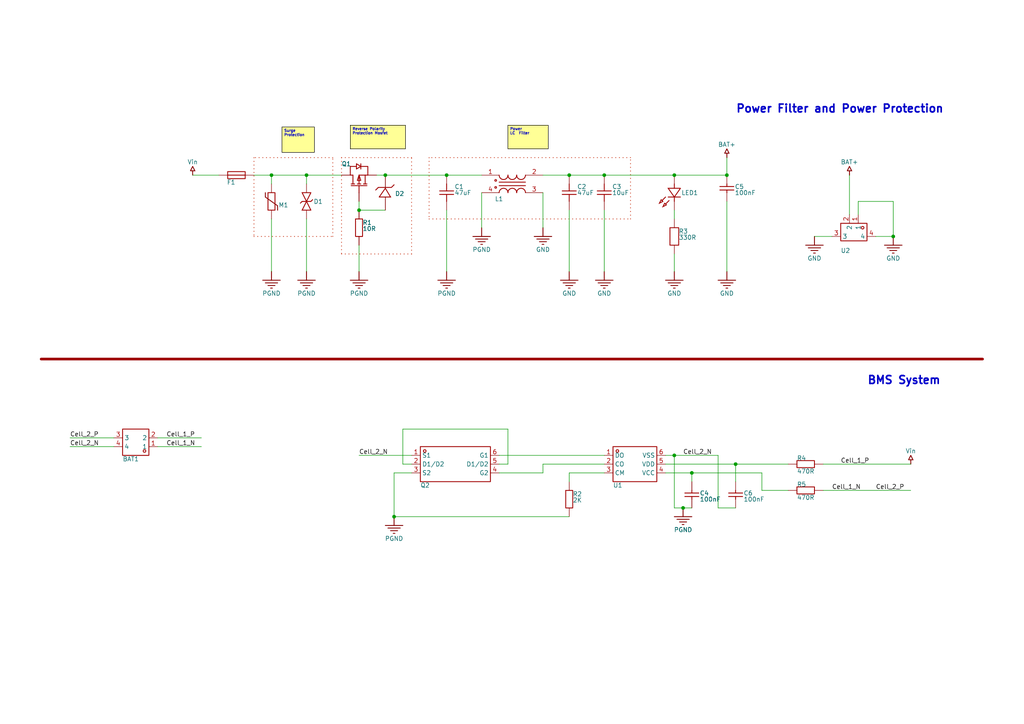
<source format=kicad_sch>
(kicad_sch (version 20231120) (generator "eeschema") (generator_version "8.0")
  (paper "A4")
  (lib_symbols
    (symbol "Protection circuit-altium-import:BAT+_ARROW" (power)
      (property "Reference" "#PWR" (at 0 0 0))
      (property "Value" "BAT+" (at 0 3.81 0))
      (symbol "BAT+_ARROW_0_0"
        (polyline (pts (xy 0 0) (xy 0 -1.27)) (stroke (width 0.254)))
        (polyline (pts (xy -0.635 -1.27) (xy 0.635 -1.27) (xy 0 -2.54) (xy -0.635 -1.27)) (stroke (width 0.254)))
        (pin power_in line (at 0 0 0) (length 0) hide (name "BAT+") (number ""))
      )
    )
    (symbol "Protection circuit-altium-import:GND_POWER_GROUND" (power)
      (property "Reference" "#PWR" (at 0 0 0))
      (property "Value" "GND" (at 0 6.35 0))
      (symbol "GND_POWER_GROUND_0_0"
        (polyline (pts (xy -2.54 -2.54) (xy 2.54 -2.54)) (stroke (width 0.254)))
        (polyline (pts (xy -1.778 -3.302) (xy 1.778 -3.302)) (stroke (width 0.254)))
        (polyline (pts (xy -1.016 -4.064) (xy 1.016 -4.064)) (stroke (width 0.254)))
        (polyline (pts (xy -0.254 -4.826) (xy 0.254 -4.826)) (stroke (width 0.254)))
        (polyline (pts (xy 0 0) (xy 0 -2.54)) (stroke (width 0.254)))
        (pin power_in line (at 0 0 0) (length 0) hide (name "GND") (number ""))
      )
    )
    (symbol "Protection circuit-altium-import:PGND_POWER_GROUND" (power)
      (property "Reference" "#PWR" (at 0 0 0))
      (property "Value" "PGND" (at 0 6.35 0))
      (symbol "PGND_POWER_GROUND_0_0"
        (polyline (pts (xy -2.54 -2.54) (xy 2.54 -2.54)) (stroke (width 0.254)))
        (polyline (pts (xy -1.778 -3.302) (xy 1.778 -3.302)) (stroke (width 0.254)))
        (polyline (pts (xy -1.016 -4.064) (xy 1.016 -4.064)) (stroke (width 0.254)))
        (polyline (pts (xy -0.254 -4.826) (xy 0.254 -4.826)) (stroke (width 0.254)))
        (polyline (pts (xy 0 0) (xy 0 -2.54)) (stroke (width 0.254)))
        (pin power_in line (at 0 0 0) (length 0) hide (name "PGND") (number ""))
      )
    )
    (symbol "Protection circuit-altium-import:Vin_ARROW" (power)
      (property "Reference" "#PWR" (at 0 0 0))
      (property "Value" "Vin" (at 0 3.81 0))
      (symbol "Vin_ARROW_0_0"
        (polyline (pts (xy 0 0) (xy 0 -1.27)) (stroke (width 0.254)))
        (polyline (pts (xy -0.635 -1.27) (xy 0.635 -1.27) (xy 0 -2.54) (xy -0.635 -1.27)) (stroke (width 0.254)))
        (pin power_in line (at 0 0 0) (length 0) hide (name "Vin") (number ""))
      )
    )
    (symbol "Protection circuit-altium-import:root_0_10uF Cap"
      (symbol "root_0_10uF Cap_1_0"
        (polyline (pts (xy -2.032 0.508) (xy 2.032 0.508)) (stroke (width 0.254) (color 160 0 0 1)))
        (polyline (pts (xy 0 -0.508) (xy 0 -2.54)) (stroke (width 0.254) (color 160 0 0 1)))
        (polyline (pts (xy 0 2.54) (xy 0 0.508)) (stroke (width 0.254) (color 160 0 0 1)))
        (polyline (pts (xy 2.032 -0.508) (xy -2.032 -0.508)) (stroke (width 0.254) (color 160 0 0 1)))
        (pin passive line (at 0 -5.08 90) (length 2.54) (name "1") (number "1"))
        (pin passive line (at 0 5.08 270) (length 2.54) (name "2") (number "2"))
      )
    )
    (symbol "Protection circuit-altium-import:root_0_2 N Mos"
      (symbol "root_0_2 N Mos_1_0"
        (rectangle (start -10.16 5.08) (end 10.16 -5.08) (stroke (width 0.254) (color 160 0 0 1)))
        (circle (center -8.89 3.81) (radius 0.381) (stroke (width 0.254) (color 160 0 0 1)))
        (pin passive line (at -12.7 2.54 0) (length 2.54) (name "S1") (number "1"))
        (pin passive line (at -12.7 0 0) (length 2.54) (name "D1/D2") (number "2"))
        (pin passive line (at -12.7 -2.54 0) (length 2.54) (name "S2") (number "3"))
        (pin passive line (at 12.7 -2.54 180) (length 2.54) (name "G2") (number "4"))
        (pin passive line (at 12.7 0 180) (length 2.54) (name "D1/D2") (number "5"))
        (pin passive line (at 12.7 2.54 180) (length 2.54) (name "G1") (number "6"))
      )
    )
    (symbol "Protection circuit-altium-import:root_0_470R Res"
      (symbol "root_0_470R Res_1_0"
        (rectangle (start -2.54 1.016) (end 2.54 -1.016) (stroke (width 0.254) (color 160 0 0 1)))
        (pin passive line (at -5.08 0 0) (length 2.54) (name "1") (number "1"))
        (pin passive line (at 5.08 0 180) (length 2.54) (name "2") (number "2"))
      )
    )
    (symbol "Protection circuit-altium-import:root_0_BMS"
      (symbol "root_0_BMS_1_0"
        (rectangle (start -6.35 5.08) (end 6.35 -5.08) (stroke (width 0.254) (color 160 0 0 1)))
        (circle (center -5.08 3.81) (radius 0.381) (stroke (width 0.254) (color 160 0 0 1)))
        (pin passive line (at -8.89 2.54 0) (length 2.54) (name "DO") (number "1"))
        (pin passive line (at -8.89 0 0) (length 2.54) (name "CO") (number "2"))
        (pin passive line (at -8.89 -2.54 0) (length 2.54) (name "CM") (number "3"))
        (pin passive line (at 8.89 -2.54 180) (length 2.54) (name "VCC") (number "4"))
        (pin passive line (at 8.89 0 180) (length 2.54) (name "VDD") (number "5"))
        (pin passive line (at 8.89 2.54 180) (length 2.54) (name "VSS") (number "6"))
      )
    )
    (symbol "Protection circuit-altium-import:root_0_CMC Filter"
      (symbol "root_0_CMC Filter_1_0"
        (circle (center -3.556 -1.016) (radius 0.254) (stroke (width 0.254) (color 160 0 0 1)))
        (circle (center -3.556 1.016) (radius 0.254) (stroke (width 0.254) (color 160 0 0 1)))
        (arc (start -2.54 2.54) (mid -1.27 1.27) (end 0 2.54) (stroke (width 0.254) (color 160 0 0 1)))
        (arc (start 0 -2.54) (mid -1.27 -1.27) (end -2.54 -2.54) (stroke (width 0.254) (color 160 0 0 1)))
        (polyline (pts (xy -2.54 -0.508) (xy 5.08 -0.508)) (stroke (width 0.254) (color 160 0 0 1)))
        (polyline (pts (xy -2.54 0.508) (xy 5.08 0.508)) (stroke (width 0.254) (color 160 0 0 1)))
        (arc (start 0 2.54) (mid 1.27 1.27) (end 2.54 2.54) (stroke (width 0.254) (color 160 0 0 1)))
        (arc (start 2.54 -2.54) (mid 1.27 -1.27) (end 0 -2.54) (stroke (width 0.254) (color 160 0 0 1)))
        (arc (start 2.54 2.54) (mid 3.81 1.27) (end 5.08 2.54) (stroke (width 0.254) (color 160 0 0 1)))
        (arc (start 5.08 -2.54) (mid 3.81 -1.27) (end 2.54 -2.54) (stroke (width 0.254) (color 160 0 0 1)))
        (pin passive line (at -7.62 2.54 0) (length 5.08) (name "1") (number "1"))
        (pin passive line (at 10.16 2.54 180) (length 5.08) (name "2") (number "2"))
        (pin passive line (at 10.16 -2.54 180) (length 5.08) (name "3") (number "3"))
        (pin passive line (at -7.62 -2.54 0) (length 5.08) (name "4") (number "4"))
      )
    )
    (symbol "Protection circuit-altium-import:root_0_Fuse_2"
      (symbol "root_0_Fuse_2_1_0"
        (rectangle (start -2.54 1.016) (end 2.54 -1.016) (stroke (width 0.254) (color 160 0 0 1)))
        (polyline (pts (xy -2.54 0) (xy 2.54 0)) (stroke (width 0.254) (color 160 0 0 1)))
        (pin passive line (at -5.08 0 0) (length 2.54) (name "1") (number "1"))
        (pin passive line (at 5.08 0 180) (length 2.54) (name "2") (number "2"))
      )
    )
    (symbol "Protection circuit-altium-import:root_1_100nF Cap"
      (symbol "root_1_100nF Cap_1_0"
        (polyline (pts (xy -2.032 -0.508) (xy 2.032 -0.508)) (stroke (width 0.254) (color 160 0 0 1)))
        (polyline (pts (xy -2.032 0.508) (xy 2.032 0.508)) (stroke (width 0.254) (color 160 0 0 1)))
        (polyline (pts (xy 0 -1.27) (xy 0 -0.508)) (stroke (width 0.254) (color 160 0 0 1)))
        (polyline (pts (xy 0 0.508) (xy 0 1.27)) (stroke (width 0.254) (color 160 0 0 1)))
        (pin passive line (at 0 -3.81 90) (length 2.54) (name "1") (number "1"))
        (pin passive line (at 0 3.81 270) (length 2.54) (name "2") (number "2"))
      )
    )
    (symbol "Protection circuit-altium-import:root_1_10R Res"
      (symbol "root_1_10R Res_1_0"
        (rectangle (start -1.016 2.54) (end 1.016 -2.54) (stroke (width 0.254) (color 160 0 0 1)))
        (pin passive line (at 0 -5.08 90) (length 2.54) (name "1") (number "1"))
        (pin passive line (at 0 5.08 270) (length 2.54) (name "2") (number "2"))
      )
    )
    (symbol "Protection circuit-altium-import:root_1_2K Res"
      (symbol "root_1_2K Res_1_0"
        (rectangle (start -1.016 2.54) (end 1.016 -2.54) (stroke (width 0.254) (color 160 0 0 1)))
        (pin passive line (at 0 -5.08 90) (length 2.54) (name "1") (number "1"))
        (pin passive line (at 0 5.08 270) (length 2.54) (name "2") (number "2"))
      )
    )
    (symbol "Protection circuit-altium-import:root_1_330R Res"
      (symbol "root_1_330R Res_1_0"
        (rectangle (start -1.27 2.54) (end 1.27 -2.54) (stroke (width 0.254) (color 160 0 0 1)))
        (pin passive line (at 0 -5.08 90) (length 2.54) (name "1") (number "1"))
        (pin passive line (at 0 5.08 270) (length 2.54) (name "2") (number "2"))
      )
    )
    (symbol "Protection circuit-altium-import:root_1_47uF Res"
      (symbol "root_1_47uF Res_1_0"
        (polyline (pts (xy -2.032 0.508) (xy 2.032 0.508)) (stroke (width 0.254) (color 160 0 0 1)))
        (polyline (pts (xy 0 -0.508) (xy 0 -2.54)) (stroke (width 0.254) (color 160 0 0 1)))
        (polyline (pts (xy 0 2.54) (xy 0 0.508)) (stroke (width 0.254) (color 160 0 0 1)))
        (polyline (pts (xy 2.032 -0.508) (xy -2.032 -0.508)) (stroke (width 0.254) (color 160 0 0 1)))
        (pin passive line (at 0 -5.08 90) (length 2.54) (name "1") (number "1"))
        (pin passive line (at 0 5.08 270) (length 2.54) (name "2") (number "2"))
      )
    )
    (symbol "Protection circuit-altium-import:root_1_ESD Diode"
      (symbol "root_1_ESD Diode_1_0"
        (polyline (pts (xy -1.27 0) (xy -1.778 -0.508)) (stroke (width 0.254) (color 160 0 0 1)))
        (polyline (pts (xy 0 0) (xy -1.27 0)) (stroke (width 0.254) (color 160 0 0 1)))
        (polyline (pts (xy 1.27 0) (xy 0 0)) (stroke (width 0.254) (color 160 0 0 1)))
        (polyline (pts (xy 1.778 0.508) (xy 1.27 0)) (stroke (width 0.254) (color 160 0 0 1)))
        (polyline (pts (xy -1.27 -2.54) (xy 0 0) (xy 0 0) (xy 1.27 -2.54) (xy 1.27 -2.54) (xy -1.27 -2.54)) (stroke (width 0.254) (color 160 0 0 1)))
        (polyline (pts (xy -1.27 2.54) (xy 0 0) (xy 0 0) (xy 1.27 2.54) (xy 1.27 2.54) (xy -1.27 2.54)) (stroke (width 0.254) (color 160 0 0 1)))
        (pin passive line (at 0 -5.08 90) (length 2.54) (name "1") (number "1"))
        (pin passive line (at 0 5.08 270) (length 2.54) (name "2") (number "2"))
      )
    )
    (symbol "Protection circuit-altium-import:root_1_Led"
      (symbol "root_1_Led_1_0"
        (polyline (pts (xy -2.54 -1.27) (xy -3.556 -2.286)) (stroke (width 0.254) (color 160 0 0 1)))
        (polyline (pts (xy -1.778 -1.27) (xy 1.778 -1.27)) (stroke (width 0.254) (color 160 0 0 1)))
        (polyline (pts (xy -1.524 -2.286) (xy -2.54 -3.302)) (stroke (width 0.254) (color 160 0 0 1)))
        (polyline (pts (xy 0 -1.27) (xy 0 -2.54)) (stroke (width 0.254) (color 160 0 0 1)))
        (polyline (pts (xy 0 2.54) (xy 0 1.27)) (stroke (width 0.254) (color 160 0 0 1)))
        (polyline (pts (xy -4.318 -3.048) (xy -3.81 -2.032) (xy -3.81 -2.032) (xy -3.302 -2.54) (xy -3.302 -2.54) (xy -4.318 -3.048)) (stroke (width 0.254) (color 160 0 0 1)))
        (polyline (pts (xy -3.302 -4.064) (xy -2.794 -3.048) (xy -2.794 -3.048) (xy -2.286 -3.556) (xy -2.286 -3.556) (xy -3.302 -4.064)) (stroke (width 0.254) (color 160 0 0 1)))
        (polyline (pts (xy -1.778 1.27) (xy 0 -1.27) (xy 0 -1.27) (xy 1.778 1.27) (xy 1.778 1.27) (xy -1.778 1.27)) (stroke (width 0.254) (color 160 0 0 1)))
        (pin passive line (at 0 -5.08 90) (length 2.54) (name "K") (number "1"))
        (pin passive line (at 0 5.08 270) (length 2.54) (name "A") (number "2"))
      )
    )
    (symbol "Protection circuit-altium-import:root_1_P Mos"
      (symbol "root_1_P Mos_1_0"
        (polyline (pts (xy -2.286 -0.508) (xy 2.286 -0.508)) (stroke (width 0.254) (color 160 0 0 1)))
        (polyline (pts (xy -1.778 2.54) (xy -1.778 0)) (stroke (width 0.254) (color 160 0 0 1)))
        (polyline (pts (xy -1.27 0) (xy -2.286 0)) (stroke (width 0.254) (color 160 0 0 1)))
        (polyline (pts (xy 0 -2.54) (xy 0 -0.508)) (stroke (width 0.254) (color 160 0 0 1)))
        (polyline (pts (xy 0.508 0) (xy -0.508 0)) (stroke (width 0.254) (color 160 0 0 1)))
        (polyline (pts (xy 1.778 2.54) (xy 1.778 0)) (stroke (width 0.254) (color 160 0 0 1)))
        (polyline (pts (xy 2.286 0) (xy 1.27 0)) (stroke (width 0.254) (color 160 0 0 1)))
        (polyline (pts (xy 0 0) (xy 0 2.54) (xy 0 2.54) (xy 2.54 2.54)) (stroke (width 0.254) (color 160 0 0 1)))
        (polyline (pts (xy 2.54 2.54) (xy 2.54 5.08) (xy 2.54 5.08) (xy 0.508 5.08)) (stroke (width 0.254) (color 160 0 0 1)))
        (polyline (pts (xy -1.778 2.54) (xy -2.54 2.54) (xy -2.54 2.54) (xy -2.54 5.08) (xy -2.54 5.08) (xy -0.762 5.08)) (stroke (width 0.254) (color 160 0 0 1)))
        (polyline (pts (xy 0 2.54) (xy -0.508 1.016) (xy -0.508 1.016) (xy 0.508 1.016) (xy 0.508 1.016) (xy 0 2.54)) (stroke (width 0.254) (color 160 0 0 1)))
        (polyline (pts (xy 0.508 5.08) (xy -0.762 5.842) (xy -0.762 5.842) (xy -0.762 4.318) (xy -0.762 4.318) (xy 0.508 5.08)) (stroke (width 0.254) (color 160 0 0 1)))
        (polyline (pts (xy 0.508 5.842) (xy 0.508 5.588) (xy 0.508 5.588) (xy 0.508 4.572) (xy 0.508 4.572) (xy 0.508 4.318)) (stroke (width 0.254) (color 160 0 0 1)))
        (pin passive line (at 0 -5.08 90) (length 2.54) (name "G") (number "1"))
        (pin passive line (at 5.08 2.54 180) (length 2.54) (name "S") (number "2"))
        (pin passive line (at -5.08 2.54 0) (length 2.54) (name "D") (number "3"))
      )
    )
    (symbol "Protection circuit-altium-import:root_1_Varistor"
      (symbol "root_1_Varistor_1_0"
        (rectangle (start -1.016 2.54) (end 1.016 -2.54) (stroke (width 0.254) (color 160 0 0 1)))
        (polyline (pts (xy 1.778 -2.54) (xy 1.778 -1.27) (xy 1.778 -1.27) (xy -1.778 1.27) (xy -1.778 1.27) (xy -1.778 2.54)) (stroke (width 0.254) (color 136 0 0 1)))
        (pin passive line (at 0 -5.08 90) (length 2.54) (name "1") (number "1"))
        (pin passive line (at 0 5.08 270) (length 2.54) (name "2") (number "2"))
      )
    )
    (symbol "Protection circuit-altium-import:root_2_2 cell Battery Case"
      (symbol "root_2_2 cell Battery Case_1_0"
        (rectangle (start -3.81 3.81) (end 3.81 -3.81) (stroke (width 0.254) (color 160 0 0 1)))
        (circle (center 2.54 -2.54) (radius 0.381) (stroke (width 0.254) (color 160 0 0 1)))
        (pin passive line (at 6.35 -1.27 180) (length 2.54) (name "1") (number "1"))
        (pin passive line (at 6.35 1.27 180) (length 2.54) (name "2") (number "2"))
        (pin passive line (at -6.35 1.27 0) (length 2.54) (name "3") (number "3"))
        (pin passive line (at -6.35 -1.27 0) (length 2.54) (name "4") (number "4"))
      )
    )
    (symbol "Protection circuit-altium-import:root_3_SMD JST"
      (symbol "root_3_SMD JST_1_0"
        (rectangle (start -3.81 2.54) (end 3.81 -2.54) (stroke (width 0.254) (color 160 0 0 1)))
        (circle (center 2.54 1.27) (radius 0.381) (stroke (width 0.254) (color 160 0 0 1)))
        (pin passive line (at 1.27 5.08 270) (length 2.54) (name "1") (number "1"))
        (pin passive line (at -1.27 5.08 270) (length 2.54) (name "2") (number "2"))
        (pin passive line (at -6.35 -1.27 0) (length 2.54) (name "3") (number "3"))
        (pin passive line (at 6.35 -1.27 180) (length 2.54) (name "4") (number "4"))
      )
    )
    (symbol "Protection circuit-altium-import:root_3_Zener Diode"
      (symbol "root_3_Zener Diode_1_0"
        (polyline (pts (xy 1.524 -1.27) (xy 0 1.27) (xy 0 1.27) (xy -1.778 -1.27) (xy -1.778 -1.27) (xy 1.524 -1.27)) (stroke (width 0.254) (color 160 0 0 1)))
        (polyline (pts (xy 2.54 2.286) (xy 1.778 1.524) (xy 1.778 1.524) (xy -2.032 1.524) (xy -2.032 1.524) (xy -2.794 0.762)) (stroke (width 0.254) (color 160 0 0 1)))
        (pin passive line (at 0 5.08 270) (length 3.81) (name "K") (number "1"))
        (pin passive line (at 0 -5.08 90) (length 3.81) (name "A") (number "2"))
      )
    )
  )
  (junction (at 104.14 60.96))
  (junction (at 198.12 147.32))
  (junction (at 210.82 50.8))
  (junction (at 165.1 50.8))
  (junction (at 200.66 137.16))
  (junction (at 78.74 50.8))
  (junction (at 175.26 50.8))
  (junction (at 259.08 68.58))
  (junction (at 195.58 132.08))
  (junction (at 88.9 50.8))
  (junction (at 213.36 134.62))
  (junction (at 111.76 50.8))
  (junction (at 195.58 50.8))
  (junction (at 114.3 149.86))
  (junction (at 129.54 50.8))
  (wire (pts (xy 45.72 127) (xy 58.42 127)))
  (polyline (pts (xy 73.66 68.58) (xy 96.52 68.58)) (stroke (width 0.254) (type dot) (color 204 65 37 1)))
  (wire (pts (xy 246.38 62.23) (xy 246.38 50.8)))
  (wire (pts (xy 248.92 62.23) (xy 248.92 58.42)))
  (wire (pts (xy 88.9 53.34) (xy 88.9 50.8)))
  (wire (pts (xy 195.58 73.66) (xy 195.58 78.74)))
  (wire (pts (xy 119.38 137.16) (xy 114.3 137.16)))
  (wire (pts (xy 165.1 137.16) (xy 165.1 139.7)))
  (polyline (pts (xy 119.38 45.72) (xy 99.06 45.72)) (stroke (width 0.254) (type dot) (color 204 65 37 1)))
  (wire (pts (xy 119.38 132.08) (xy 104.14 132.08)))
  (wire (pts (xy 147.32 134.62) (xy 144.78 134.62)))
  (polyline (pts (xy 182.88 45.72) (xy 124.46 45.72)) (stroke (width 0.254) (type dot) (color 204 65 37 1)))
  (polyline (pts (xy 96.52 68.58) (xy 96.52 45.72)) (stroke (width 0.254) (type dot) (color 204 65 37 1)))
  (polyline (pts (xy 11.938 104.14) (xy 284.988 104.14)) (stroke (width 0.762) (type solid) (color 152 0 0 1)))
  (wire (pts (xy 33.02 129.54) (xy 20.32 129.54)))
  (wire (pts (xy 254 68.58) (xy 259.08 68.58)))
  (wire (pts (xy 195.58 147.32) (xy 195.58 132.08)))
  (wire (pts (xy 104.14 71.12) (xy 104.14 78.74)))
  (wire (pts (xy 220.98 137.16) (xy 220.98 142.24)))
  (wire (pts (xy 259.08 58.42) (xy 259.08 68.58)))
  (wire (pts (xy 119.38 134.62) (xy 116.84 134.62)))
  (wire (pts (xy 165.1 60.96) (xy 165.1 78.74)))
  (wire (pts (xy 73.66 50.8) (xy 78.74 50.8)))
  (wire (pts (xy 147.32 124.46) (xy 147.32 134.62)))
  (wire (pts (xy 200.66 137.16) (xy 200.66 139.7)))
  (wire (pts (xy 116.84 134.62) (xy 116.84 124.46)))
  (wire (pts (xy 111.76 60.96) (xy 104.14 60.96)))
  (wire (pts (xy 208.28 147.32) (xy 208.28 132.08)))
  (wire (pts (xy 129.54 60.96) (xy 129.54 78.74)))
  (wire (pts (xy 88.9 50.8) (xy 99.06 50.8)))
  (wire (pts (xy 116.84 124.46) (xy 147.32 124.46)))
  (wire (pts (xy 238.76 134.62) (xy 264.16 134.62)))
  (wire (pts (xy 165.1 50.8) (xy 175.26 50.8)))
  (wire (pts (xy 45.72 129.54) (xy 58.42 129.54)))
  (wire (pts (xy 157.48 134.62) (xy 157.48 137.16)))
  (wire (pts (xy 175.26 60.96) (xy 175.26 78.74)))
  (wire (pts (xy 78.74 53.34) (xy 78.74 50.8)))
  (wire (pts (xy 104.14 60.96) (xy 104.14 58.42)))
  (wire (pts (xy 195.58 50.8) (xy 210.82 50.8)))
  (wire (pts (xy 195.58 132.08) (xy 193.04 132.08)))
  (wire (pts (xy 193.04 137.16) (xy 200.66 137.16)))
  (polyline (pts (xy 182.88 63.5) (xy 182.88 45.72)) (stroke (width 0.254) (type dot) (color 204 65 37 1)))
  (wire (pts (xy 129.54 50.8) (xy 139.7 50.8)))
  (wire (pts (xy 200.66 137.16) (xy 220.98 137.16)))
  (wire (pts (xy 175.26 132.08) (xy 144.78 132.08)))
  (wire (pts (xy 208.28 132.08) (xy 195.58 132.08)))
  (wire (pts (xy 175.26 137.16) (xy 165.1 137.16)))
  (wire (pts (xy 195.58 60.96) (xy 195.58 63.5)))
  (polyline (pts (xy 96.52 45.72) (xy 73.66 45.72)) (stroke (width 0.254) (type dot) (color 204 65 37 1)))
  (wire (pts (xy 198.12 147.32) (xy 195.58 147.32)))
  (wire (pts (xy 175.26 50.8) (xy 195.58 50.8)))
  (polyline (pts (xy 124.46 45.72) (xy 124.46 63.5)) (stroke (width 0.254) (type dot) (color 204 65 37 1)))
  (wire (pts (xy 78.74 63.5) (xy 78.74 78.74)))
  (wire (pts (xy 139.7 55.88) (xy 139.7 66.04)))
  (wire (pts (xy 220.98 142.24) (xy 228.6 142.24)))
  (wire (pts (xy 248.92 58.42) (xy 259.08 58.42)))
  (wire (pts (xy 88.9 63.5) (xy 88.9 78.74)))
  (wire (pts (xy 33.02 127) (xy 20.32 127)))
  (wire (pts (xy 210.82 58.42) (xy 210.82 78.74)))
  (polyline (pts (xy 73.66 45.72) (xy 73.66 68.58)) (stroke (width 0.254) (type dot) (color 204 65 37 1)))
  (wire (pts (xy 213.36 134.62) (xy 228.6 134.62)))
  (wire (pts (xy 157.48 50.8) (xy 165.1 50.8)))
  (wire (pts (xy 175.26 134.62) (xy 157.48 134.62)))
  (wire (pts (xy 210.82 45.72) (xy 210.82 50.8)))
  (wire (pts (xy 78.74 50.8) (xy 88.9 50.8)))
  (wire (pts (xy 111.76 50.8) (xy 129.54 50.8)))
  (polyline (pts (xy 119.38 73.66) (xy 119.38 45.72)) (stroke (width 0.254) (type dot) (color 204 65 37 1)))
  (wire (pts (xy 114.3 149.86) (xy 165.1 149.86)))
  (wire (pts (xy 213.36 147.32) (xy 208.28 147.32)))
  (wire (pts (xy 157.48 55.88) (xy 157.48 66.04)))
  (wire (pts (xy 157.48 137.16) (xy 144.78 137.16)))
  (wire (pts (xy 200.66 147.32) (xy 198.12 147.32)))
  (polyline (pts (xy 99.06 45.72) (xy 99.06 73.66)) (stroke (width 0.254) (type dot) (color 204 65 37 1)))
  (wire (pts (xy 193.04 134.62) (xy 213.36 134.62)))
  (polyline (pts (xy 124.46 63.5) (xy 182.88 63.5)) (stroke (width 0.254) (type dot) (color 204 65 37 1)))
  (wire (pts (xy 109.22 50.8) (xy 111.76 50.8)))
  (polyline (pts (xy 99.06 73.66) (xy 119.38 73.66)) (stroke (width 0.254) (type dot) (color 204 65 37 1)))
  (wire (pts (xy 213.36 134.62) (xy 213.36 139.7)))
  (wire (pts (xy 241.3 68.58) (xy 236.22 68.58)))
  (wire (pts (xy 238.76 142.24) (xy 264.16 142.24)))
  (wire (pts (xy 55.88 50.8) (xy 63.5 50.8)))
  (wire (pts (xy 114.3 137.16) (xy 114.3 149.86)))
  (text_box "Power\nLC  Filter \n" (at 147.32 36.322 0) (size 11.684 6.858) (stroke (width 0) (color 0 0 0 1)) (fill (type color) (color 255 255 150 1)) (effects (font (size 0.762 0.762) (bold yes)) (justify left top)))
  (text_box "Reverse Polarity Protection Mosfet" (at 117.602 36.322 0) (size -16.002 6.858) (stroke (width 0) (color 0 0 0 1)) (fill (type color) (color 255 255 150 1)) (effects (font (size 0.762 0.762) (bold yes)) (justify left top)))
  (text_box "Surge \nProtection" (at 91.186 36.83 0) (size -9.398 7.366) (stroke (width 0) (color 0 0 0 1)) (fill (type color) (color 255 255 150 1)) (effects (font (size 0.762 0.762) (bold yes)) (justify left top)))
  (text "BMS System" (at 251.46 111.76 0) (effects (font (size 2.286 2.286) (bold yes)) (justify left bottom)))
  (text "Power Filter and Power Protection" (at 213.36 33.02 0) (effects (font (size 2.286 2.286) (bold yes)) (justify left bottom)))
  (label "Cell_1_P" (at 48.26 127 0))
  (label "Cell_1_N" (at 241.3 142.24 0))
  (label "Cell_2_N" (at 20.32 129.54 0))
  (label "Cell_2_P" (at 20.32 127 0))
  (label "Cell_1_N" (at 48.26 129.54 0))
  (label "Cell_2_P" (at 254 142.24 0))
  (label "Cell_2_N" (at 198.12 132.08 0))
  (label "Cell_2_N" (at 104.14 132.08 0))
  (label "Cell_1_P" (at 243.84 134.62 0))
  (symbol (lib_id "Protection circuit-altium-import:root_1_100nF Cap") (at 210.82 54.61 0) (unit 1)
    (property "Reference" "C5" (at 213.106 54.864 0) (effects (justify left bottom)))
    (property "Value" "100nF" (at 213.106 56.642 0) (effects (justify left bottom)))
    (property "Footprint" "100nF Cap" (effects (hide yes)))
    (property "SYMBOL" "GRM188R71C104KA01D" (effects (hide yes)))
    (property "DEVICE" "GRM188R71C104KA01D" (effects (hide yes)))
    (property "LCSC PART NAME" "100nF ±10% 16V" (effects (hide yes)))
    (property "SUPPLIER PART" "C45000" (effects (hide yes)))
    (property "MANUFACTURER" "muRata(村田)" (effects (hide yes)))
    (property "MANUFACTURER PART" "GRM188R71C104KA01D" (effects (hide yes)))
    (property "SUPPLIER FOOTPRINT" "0603" (effects (hide yes)))
    (property "JLCPCB PART CLASS" "Extended Part" (effects (hide yes)))
    (property "DATASHEET" "https://atta.szlcsc.com/upload/public/pdf/source/20161108/1478586365848.pdf" (effects (hide yes)))
    (property "SUPPLIER" "LCSC" (effects (hide yes)))
    (property "ADD INTO BOM" "yes" (effects (hide yes)))
    (property "CONVERT TO PCB" "yes" (effects (hide yes)))
    (property "ALTIUM_VALUE" "100nF" (effects (hide yes)))
    (property "TOLERANCE" "±10%" (effects (hide yes)))
  )
  (symbol (lib_id "Protection circuit-altium-import:root_0_Fuse_2") (at 68.58 50.8 0) (unit 1)
    (property "Reference" "F1" (at 65.786 53.594 0) (effects (justify left bottom)))
    (property "Value" "${MANUFACTURER PART}" (effects (hide yes)))
    (property "Footprint" "Fuse_2" (effects (hide yes)))
    (property "SYMBOL" "C05228-000" (effects (hide yes)))
    (property "DEVICE" "C05228-000" (effects (hide yes)))
    (property "LCSC PART NAME" "贴片式保险丝" (effects (hide yes)))
    (property "SUPPLIER PART" "C207129" (effects (hide yes)))
    (property "MANUFACTURER" "Littelfuse(美国力特)" (effects (hide yes)))
    (property "MANUFACTURER PART" "C05228-000" (effects (hide yes)))
    (property "SUPPLIER FOOTPRINT" "1206" (effects (hide yes)))
    (property "JLCPCB PART CLASS" "Extended Part" (effects (hide yes)))
    (property "DATASHEET" "https://atta.szlcsc.com/upload/public/pdf/source/20191009/C434710_3F89FEC5E8B25E469DD927D36E88D4C3.pdf" (effects (hide yes)))
    (property "SUPPLIER" "LCSC" (effects (hide yes)))
    (property "ADD INTO BOM" "yes" (effects (hide yes)))
    (property "CONVERT TO PCB" "yes" (effects (hide yes)))
    (property "TYPE" "SMD Fuse" (effects (hide yes)))
    (property "CURRENT RATING" "5A" (effects (hide yes)))
    (property "VOLTAGE RATING (DC)" "32V" (effects (hide yes)))
    (property "OPERATING TEMPERATURE" "-55℃~+125℃" (effects (hide yes)))
    (property "BREAKING CAPACITY" "45A" (effects (hide yes)))
  )
  (symbol (lib_id "Protection circuit-altium-import:PGND_POWER_GROUND") (at 78.74 78.74 0) (unit 1)
    (property "Reference" "#PWR02" (effects (hide yes)))
    (property "Value" "PGND" (at 78.74 85.09 0))
  )
  (symbol (lib_id "Protection circuit-altium-import:root_1_Led") (at 195.58 55.88 0) (unit 1)
    (property "Reference" "LED1" (at 197.612 56.642 0) (effects (justify left bottom)))
    (property "Value" "${MANUFACTURER PART}" (effects (hide yes)))
    (property "Footprint" "Led" (effects (hide yes)))
    (property "SYMBOL" "XL-1608SURC-06" (effects (hide yes)))
    (property "DEVICE" "XL-1608SURC-06" (effects (hide yes)))
    (property "LCSC PART NAME" "XL-1608SURC-06" (effects (hide yes)))
    (property "SUPPLIER PART" "C965799" (effects (hide yes)))
    (property "MANUFACTURER" "XINGLIGHT(成兴光)" (effects (hide yes)))
    (property "MANUFACTURER PART" "XL-1608SURC-06" (effects (hide yes)))
    (property "SUPPLIER FOOTPRINT" "0603" (effects (hide yes)))
    (property "JLCPCB PART CLASS" "Extended Part" (effects (hide yes)))
    (property "DATASHEET" "https://atta.szlcsc.com/upload/public/pdf/source/20221102/D860AFDD1CDB02C5A8064103A32707E2.pdf" (effects (hide yes)))
    (property "SUPPLIER" "LCSC" (effects (hide yes)))
    (property "ADD INTO BOM" "yes" (effects (hide yes)))
    (property "CONVERT TO PCB" "yes" (effects (hide yes)))
    (property "EMITTED COLOR" "Red" (effects (hide yes)))
    (property "POWER DISSIPATION" "55mW" (effects (hide yes)))
    (property "FORWARD CURRENT" "25mA" (effects (hide yes)))
    (property "DOMINANT WAVELENGTH" "617nm~621nm" (effects (hide yes)))
    (property "PEAK WAVELENGTH" "623nm" (effects (hide yes)))
    (property "LENS COLOR" "无色透明透镜" (effects (hide yes)))
    (property "COLOR TEMPERATURE" "-" (effects (hide yes)))
    (property "VIEWING ANGLE" "120°" (effects (hide yes)))
    (property "MOUNTING SYTLE" "Positive post" (effects (hide yes)))
    (property "OPERATING TEMPERATURE" "-30℃~+85℃" (effects (hide yes)))
  )
  (symbol (lib_id "Protection circuit-altium-import:root_1_330R Res") (at 195.58 68.58 0) (unit 1)
    (property "Reference" "R3" (at 196.85 67.818 0) (effects (justify left bottom)))
    (property "Value" "330R" (at 196.85 69.596 0) (effects (justify left bottom)))
    (property "Footprint" "330R Res" (effects (hide yes)))
    (property "SYMBOL" "ERJPA2F3300X" (effects (hide yes)))
    (property "DEVICE" "ERJPA2F3300X" (effects (hide yes)))
    (property "LCSC PART NAME" "330Ω ±1% 200mW 厚膜电阻" (effects (hide yes)))
    (property "SUPPLIER PART" "C427237" (effects (hide yes)))
    (property "MANUFACTURER" "PANASONIC(松下)" (effects (hide yes)))
    (property "MANUFACTURER PART" "ERJPA2F3300X" (effects (hide yes)))
    (property "SUPPLIER FOOTPRINT" "0402" (effects (hide yes)))
    (property "JLCPCB PART CLASS" "Extended Part" (effects (hide yes)))
    (property "SUPPLIER" "LCSC" (effects (hide yes)))
    (property "ADD INTO BOM" "yes" (effects (hide yes)))
    (property "CONVERT TO PCB" "yes" (effects (hide yes)))
    (property "TYPE" "Thick Film Resistors" (effects (hide yes)))
    (property "ALTIUM_VALUE" "330Ω" (effects (hide yes)))
    (property "TOLERANCE" "±1%" (effects (hide yes)))
    (property "OVERLOAD VOLTAGE (MAX)" "-" (effects (hide yes)))
    (property "TEMPERATURE COEFFICIENT" "±100ppm/℃" (effects (hide yes)))
    (property "OPERATING TEMPERATURE RANGE" "-55℃~+155℃" (effects (hide yes)))
  )
  (symbol (lib_id "Protection circuit-altium-import:GND_POWER_GROUND") (at 236.22 68.58 0) (unit 1)
    (property "Reference" "#PWR015" (effects (hide yes)))
    (property "Value" "GND" (at 236.22 74.93 0))
  )
  (symbol (lib_id "Protection circuit-altium-import:root_1_47uF Res") (at 129.54 55.88 0) (unit 1)
    (property "Reference" "C1" (at 131.826 54.864 0) (effects (justify left bottom)))
    (property "Value" "47uF" (at 131.826 56.642 0) (effects (justify left bottom)))
    (property "Footprint" "47uF Cap" (effects (hide yes)))
    (property "SYMBOL" "C1206B476M016T" (effects (hide yes)))
    (property "DEVICE" "C1206B476M016T" (effects (hide yes)))
    (property "LCSC PART NAME" "47uF ±20% 16V" (effects (hide yes)))
    (property "SUPPLIER PART" "C607993" (effects (hide yes)))
    (property "MANUFACTURER" "IHHEC(禾伸堂)" (effects (hide yes)))
    (property "MANUFACTURER PART" "C1206B476M016T" (effects (hide yes)))
    (property "SUPPLIER FOOTPRINT" "1206" (effects (hide yes)))
    (property "JLCPCB PART CLASS" "Extended Part" (effects (hide yes)))
    (property "DATASHEET" "https://atta.szlcsc.com/upload/public/pdf/source/20190313/C374174_331C86E4A68CC9C732DA87186AAF7F8A.pdf" (effects (hide yes)))
    (property "SUPPLIER" "LCSC" (effects (hide yes)))
    (property "ADD INTO BOM" "yes" (effects (hide yes)))
    (property "CONVERT TO PCB" "yes" (effects (hide yes)))
    (property "ALTIUM_VALUE" "47uF" (effects (hide yes)))
    (property "TOLERANCE" "±20%" (effects (hide yes)))
  )
  (symbol (lib_id "Protection circuit-altium-import:root_1_ESD Diode") (at 88.9 58.42 0) (unit 1)
    (property "Reference" "D1" (at 90.932 59.182 0) (effects (justify left bottom)))
    (property "Value" "${MANUFACTURER PART}" (effects (hide yes)))
    (property "Footprint" "ESD Diode" (effects (hide yes)))
    (property "SYMBOL" "SDD32C24L01" (effects (hide yes)))
    (property "DEVICE" "SDD32C24L01" (effects (hide yes)))
    (property "LCSC PART NAME" "双向ESD" (effects (hide yes)))
    (property "SUPPLIER PART" "C313315" (effects (hide yes)))
    (property "MANUFACTURER" "Brightking(君耀电子)" (effects (hide yes)))
    (property "MANUFACTURER PART" "SDD32C24L01" (effects (hide yes)))
    (property "SUPPLIER FOOTPRINT" "SOD-323" (effects (hide yes)))
    (property "JLCPCB PART CLASS" "Extended Part" (effects (hide yes)))
    (property "DATASHEET" "https://atta.szlcsc.com/upload/public/pdf/source/20181015/C313315_2E77C22BCD6B5C9557E0D87DB90BD0FE.pdf" (effects (hide yes)))
    (property "SUPPLIER" "LCSC" (effects (hide yes)))
    (property "ADD INTO BOM" "yes" (effects (hide yes)))
    (property "CONVERT TO PCB" "yes" (effects (hide yes)))
    (property "POLARITY" "Bi-Directional" (effects (hide yes)))
    (property "REVERSE STAND-OFF VOLTAGE (VRWM)" "24V" (effects (hide yes)))
    (property "MAXIMUM CLAMPING VOLTAGE" "43V" (effects (hide yes)))
    (property "PEAK PULSE CURRENT (IPP)@10/1000US" "1A" (effects (hide yes)))
    (property "BREAKDOWN VOLTAGE" "26.7V" (effects (hide yes)))
    (property "NUMBER OF LINES" "单路" (effects (hide yes)))
    (property "TYPE" "ESD" (effects (hide yes)))
  )
  (symbol (lib_id "Protection circuit-altium-import:root_1_2K Res") (at 165.1 144.78 0) (unit 1)
    (property "Reference" "R2" (at 166.116 144.018 0) (effects (justify left bottom)))
    (property "Value" "2K" (at 166.116 145.796 0) (effects (justify left bottom)))
    (property "Footprint" "2K Res" (effects (hide yes)))
    (property "SYMBOL" "RC-02W2001FT" (effects (hide yes)))
    (property "DEVICE" "RC-02W2001FT" (effects (hide yes)))
    (property "LCSC PART NAME" "厚膜电阻 2kΩ ±1% 62.5mW" (effects (hide yes)))
    (property "SUPPLIER PART" "C304583" (effects (hide yes)))
    (property "MANUFACTURER" "FH(风华)" (effects (hide yes)))
    (property "MANUFACTURER PART" "RC-02W2001FT" (effects (hide yes)))
    (property "SUPPLIER FOOTPRINT" "0402" (effects (hide yes)))
    (property "JLCPCB PART CLASS" "Extended Part" (effects (hide yes)))
    (property "DATASHEET" "https://atta.szlcsc.com/upload/public/pdf/source/20190505/C118335_36085569433BA7FFC796E569DBFE3139.pdf" (effects (hide yes)))
    (property "SUPPLIER" "LCSC" (effects (hide yes)))
    (property "ADD INTO BOM" "yes" (effects (hide yes)))
    (property "CONVERT TO PCB" "yes" (effects (hide yes)))
    (property "TYPE" "Thick Film Resistors" (effects (hide yes)))
    (property "ALTIUM_VALUE" "2kΩ" (effects (hide yes)))
    (property "TOLERANCE" "±1%" (effects (hide yes)))
    (property "TEMPERATURE COEFFICIENT" "±200ppm/℃" (effects (hide yes)))
    (property "OPERATING TEMPERATURE RANGE" "-55℃~+155℃" (effects (hide yes)))
  )
  (symbol (lib_id "Protection circuit-altium-import:GND_POWER_GROUND") (at 195.58 78.74 0) (unit 1)
    (property "Reference" "#PWR011" (effects (hide yes)))
    (property "Value" "GND" (at 195.58 85.09 0))
  )
  (symbol (lib_id "Protection circuit-altium-import:BAT+_ARROW") (at 210.82 45.72 180) (unit 1)
    (property "Reference" "#PWR013" (effects (hide yes)))
    (property "Value" "BAT+" (at 210.82 41.91 0))
  )
  (symbol (lib_id "Protection circuit-altium-import:root_3_SMD JST") (at 247.65 67.31 0) (unit 1)
    (property "Reference" "U2" (at 243.84 73.406 0) (effects (justify left bottom)))
    (property "Value" "${MANUFACTURER PART}" (effects (hide yes)))
    (property "Footprint" "SMD JST 2P" (effects (hide yes)))
    (property "SYMBOL" "BX-HA2.54-2PWT" (effects (hide yes)))
    (property "DEVICE" "BX-HA2.54-2PWT" (effects (hide yes)))
    (property "LCSC PART NAME" "1x2P 间距:2.54mm 卧贴" (effects (hide yes)))
    (property "SUPPLIER PART" "C18077806" (effects (hide yes)))
    (property "MANUFACTURER" "Bossie(博锡)" (effects (hide yes)))
    (property "MANUFACTURER PART" "BX-HA2.54-2PWT" (effects (hide yes)))
    (property "SUPPLIER FOOTPRINT" "SMD,P=2.54mm,卧贴" (effects (hide yes)))
    (property "JLCPCB PART CLASS" "Extended Part" (effects (hide yes)))
    (property "DATASHEET" "https://atta.szlcsc.com/upload/public/pdf/source/20231017/0F5BE3E474C97FE56F69CCCD4551F1BC.pdf" (effects (hide yes)))
    (property "SUPPLIER" "LCSC" (effects (hide yes)))
    (property "ADD INTO BOM" "yes" (effects (hide yes)))
    (property "CONVERT TO PCB" "yes" (effects (hide yes)))
    (property "PINS STRUCTURE" "1x2P" (effects (hide yes)))
    (property "PITCH" "2.54mm" (effects (hide yes)))
    (property "MOUNTING STYLE" "卧贴" (effects (hide yes)))
    (property "REFERENCE SERIES" "-" (effects (hide yes)))
    (property "NUMBER OF PINS" "2P" (effects (hide yes)))
    (property "NUMBER OF ROWS" "1" (effects (hide yes)))
    (property "NUMBER OF PINS PER ROW" "2" (effects (hide yes)))
    (property "ROW SPACING" "-" (effects (hide yes)))
    (property "CURRENT RATING (MAX)" "3A" (effects (hide yes)))
    (property "CONTACT MATERIAL" "Brass" (effects (hide yes)))
    (property "CONTACT PLATING" "Tin" (effects (hide yes)))
    (property "OPERATING TEMPERATURE RANGE" "-25℃~+85℃" (effects (hide yes)))
  )
  (symbol (lib_id "Protection circuit-altium-import:root_0_CMC Filter") (at 147.32 53.34 0) (unit 1)
    (property "Reference" "L1" (at 143.51 58.42 0) (effects (justify left bottom)))
    (property "Value" "${MANUFACTURER PART}" (effects (hide yes)))
    (property "Footprint" "CMC Filter" (effects (hide yes)))
    (property "SYMBOL" "CMF4532F-900-2P-TMS" (effects (hide yes)))
    (property "DEVICE" "CMF4532F-900-2P-Tms" (effects (hide yes)))
    (property "LCSC PART NAME" "两路 贴片共模滤波器 阻抗90Ω@100MHz" (effects (hide yes)))
    (property "SUPPLIER PART" "C252150" (effects (hide yes)))
    (property "MANUFACTURER" "EMTEK(兆欣)" (effects (hide yes)))
    (property "MANUFACTURER PART" "CMF4532F-900-2P-Tms" (effects (hide yes)))
    (property "SUPPLIER FOOTPRINT" "SMD,4.5x3.2x2.8mm" (effects (hide yes)))
    (property "JLCPCB PART CLASS" "Extended Part" (effects (hide yes)))
    (property "DATASHEET" "https://atta.szlcsc.com/upload/public/pdf/source/20190322/C252150_370767FB0BF4DE5D3F867A1ABBD704E0.pdf" (effects (hide yes)))
    (property "SUPPLIER" "LCSC" (effects (hide yes)))
    (property "ADD INTO BOM" "yes" (effects (hide yes)))
    (property "CONVERT TO PCB" "yes" (effects (hide yes)))
    (property "NUMBER OF LINES" "2" (effects (hide yes)))
    (property "WITHSTANDING VOLTAGE" "12.5V" (effects (hide yes)))
    (property "CURRENT RATING" "2A" (effects (hide yes)))
    (property "VOLTAGE RATING - DC" "50V" (effects (hide yes)))
    (property "IMPEDANCE @ FREQUENCY" "90Ω@100MHz" (effects (hide yes)))
    (property "DC RESISTANCE (DCR)" "50mΩ" (effects (hide yes)))
    (property "OPERATING TEMPERATURE" "-40℃~+125℃" (effects (hide yes)))
  )
  (symbol (lib_id "Protection circuit-altium-import:GND_POWER_GROUND") (at 259.08 68.58 0) (unit 1)
    (property "Reference" "#PWR017" (effects (hide yes)))
    (property "Value" "GND" (at 259.08 74.93 0))
  )
  (symbol (lib_id "Protection circuit-altium-import:root_0_470R Res") (at 233.68 142.24 0) (unit 1)
    (property "Reference" "R5" (at 231.14 141.224 0) (effects (justify left bottom)))
    (property "Value" "470R" (at 231.14 145.034 0) (effects (justify left bottom)))
    (property "Footprint" "470R Res" (effects (hide yes)))
    (property "SYMBOL" "CR0402FF4700G" (effects (hide yes)))
    (property "DEVICE" "CR0402FF4700G" (effects (hide yes)))
    (property "LCSC PART NAME" "厚膜电阻 470Ω ±1% 62.5mW" (effects (hide yes)))
    (property "SUPPLIER PART" "C100443" (effects (hide yes)))
    (property "MANUFACTURER" "LIZ(丽智电子)" (effects (hide yes)))
    (property "MANUFACTURER PART" "CR0402FF4700G" (effects (hide yes)))
    (property "SUPPLIER FOOTPRINT" "0402" (effects (hide yes)))
    (property "JLCPCB PART CLASS" "Extended Part" (effects (hide yes)))
    (property "DATASHEET" "https://atta.szlcsc.com/upload/public/pdf/source/20180403/C189438_6D658388CC7843F35BBC9018D03F0B8E.pdf" (effects (hide yes)))
    (property "SUPPLIER" "LCSC" (effects (hide yes)))
    (property "ADD INTO BOM" "yes" (effects (hide yes)))
    (property "CONVERT TO PCB" "yes" (effects (hide yes)))
    (property "TYPE" "Thick Film Resistors" (effects (hide yes)))
    (property "ALTIUM_VALUE" "470Ω" (effects (hide yes)))
    (property "TOLERANCE" "±1%" (effects (hide yes)))
    (property "TEMPERATURE COEFFICIENT" "±200ppm/℃" (effects (hide yes)))
    (property "OPERATING TEMPERATURE RANGE" "-55℃~+125℃" (effects (hide yes)))
  )
  (symbol (lib_id "Protection circuit-altium-import:GND_POWER_GROUND") (at 157.48 66.04 0) (unit 1)
    (property "Reference" "#PWR08" (effects (hide yes)))
    (property "Value" "GND" (at 157.48 72.39 0))
  )
  (symbol (lib_id "Protection circuit-altium-import:root_1_P Mos") (at 104.14 53.34 0) (unit 1)
    (property "Reference" "Q1" (at 99.06 48.26 0) (effects (justify left bottom)))
    (property "Value" "${MANUFACTURER PART}" (effects (hide yes)))
    (property "Footprint" "P Mos" (effects (hide yes)))
    (property "SYMBOL" "AO3401A" (effects (hide yes)))
    (property "DEVICE" "AO3401A_C15127" (effects (hide yes)))
    (property "LCSC PART NAME" "1个P沟道 耐压:30V 电流:4A" (effects (hide yes)))
    (property "SUPPLIER PART" "C15127" (effects (hide yes)))
    (property "MANUFACTURER" "AOS" (effects (hide yes)))
    (property "MANUFACTURER PART" "AO3401A" (effects (hide yes)))
    (property "SUPPLIER FOOTPRINT" "SOT-23" (effects (hide yes)))
    (property "JLCPCB PART CLASS" "Basic Part" (effects (hide yes)))
    (property "DATASHEET" "https://atta.szlcsc.com/upload/public/pdf/source/20160507/1462613609053.pdf" (effects (hide yes)))
    (property "SUPPLIER" "LCSC" (effects (hide yes)))
    (property "ADD INTO BOM" "yes" (effects (hide yes)))
    (property "CONVERT TO PCB" "yes" (effects (hide yes)))
    (property "TYPE" "1个PChannel" (effects (hide yes)))
    (property "DRAIN SOURCE ON RESISTANCE (RDS(ON)@VGS,ID)" "44mΩ@10V,4.3A" (effects (hide yes)))
    (property "GATE THRESHOLD VOLTAGE (VGS(TH)@ID)" "1.3V@250uA" (effects (hide yes)))
    (property "TOTAL GATE CHARGE (QG@VGS)" "12.2nC@4.5V" (effects (hide yes)))
    (property "INPUT CAPACITANCE (CISS@VDS)" "1.2nF@15V" (effects (hide yes)))
    (property "OPERATING TEMPERATURE" "-55℃~+150℃@(Tj)" (effects (hide yes)))
  )
  (symbol (lib_id "Protection circuit-altium-import:BAT+_ARROW") (at 246.38 50.8 180) (unit 1)
    (property "Reference" "#PWR016" (effects (hide yes)))
    (property "Value" "BAT+" (at 246.38 46.99 0))
  )
  (symbol (lib_id "Protection circuit-altium-import:Vin_ARROW") (at 55.88 50.8 180) (unit 1)
    (property "Reference" "#PWR01" (effects (hide yes)))
    (property "Value" "Vin" (at 55.88 46.99 0))
  )
  (symbol (lib_id "Protection circuit-altium-import:GND_POWER_GROUND") (at 175.26 78.74 0) (unit 1)
    (property "Reference" "#PWR010" (effects (hide yes)))
    (property "Value" "GND" (at 175.26 85.09 0))
  )
  (symbol (lib_id "Protection circuit-altium-import:GND_POWER_GROUND") (at 165.1 78.74 0) (unit 1)
    (property "Reference" "#PWR09" (effects (hide yes)))
    (property "Value" "GND" (at 165.1 85.09 0))
  )
  (symbol (lib_id "Protection circuit-altium-import:root_1_47uF Res") (at 165.1 55.88 0) (unit 1)
    (property "Reference" "C2" (at 167.386 54.864 0) (effects (justify left bottom)))
    (property "Value" "47uF" (at 167.386 56.642 0) (effects (justify left bottom)))
    (property "Footprint" "47uF Cap" (effects (hide yes)))
    (property "SYMBOL" "C1206B476M016T" (effects (hide yes)))
    (property "DEVICE" "C1206B476M016T" (effects (hide yes)))
    (property "LCSC PART NAME" "47uF ±20% 16V" (effects (hide yes)))
    (property "SUPPLIER PART" "C607993" (effects (hide yes)))
    (property "MANUFACTURER" "IHHEC(禾伸堂)" (effects (hide yes)))
    (property "MANUFACTURER PART" "C1206B476M016T" (effects (hide yes)))
    (property "SUPPLIER FOOTPRINT" "1206" (effects (hide yes)))
    (property "JLCPCB PART CLASS" "Extended Part" (effects (hide yes)))
    (property "DATASHEET" "https://atta.szlcsc.com/upload/public/pdf/source/20190313/C374174_331C86E4A68CC9C732DA87186AAF7F8A.pdf" (effects (hide yes)))
    (property "SUPPLIER" "LCSC" (effects (hide yes)))
    (property "ADD INTO BOM" "yes" (effects (hide yes)))
    (property "CONVERT TO PCB" "yes" (effects (hide yes)))
    (property "ALTIUM_VALUE" "47uF" (effects (hide yes)))
    (property "TOLERANCE" "±20%" (effects (hide yes)))
  )
  (symbol (lib_id "Protection circuit-altium-import:root_3_Zener Diode") (at 111.76 55.88 0) (unit 1)
    (property "Reference" "D2" (at 114.554 56.896 0) (effects (justify left bottom)))
    (property "Value" "${MANUFACTURER PART}" (effects (hide yes)))
    (property "Footprint" "Zener Diode" (effects (hide yes)))
    (property "SYMBOL" "BZT52B6V8" (effects (hide yes)))
    (property "DEVICE" "BZT52B6V8_C213147" (effects (hide yes)))
    (property "LCSC PART NAME" "BZT52B6V8" (effects (hide yes)))
    (property "SUPPLIER PART" "C213147" (effects (hide yes)))
    (property "MANUFACTURER" "FMS(美丽微)" (effects (hide yes)))
    (property "MANUFACTURER PART" "BZT52B6V8" (effects (hide yes)))
    (property "SUPPLIER FOOTPRINT" "SOD-123" (effects (hide yes)))
    (property "JLCPCB PART CLASS" "Extended Part" (effects (hide yes)))
    (property "DATASHEET" "https://atta.szlcsc.com/upload/public/pdf/source/20180504/C213215_D8AFED6AF7B069D42DB4E73D6157B86A.pdf" (effects (hide yes)))
    (property "SUPPLIER" "LCSC" (effects (hide yes)))
    (property "ADD INTO BOM" "yes" (effects (hide yes)))
    (property "CONVERT TO PCB" "yes" (effects (hide yes)))
    (property "DIODE CONFIGURATION" "Single" (effects (hide yes)))
    (property "ZENER VOLTAGE (NOM)" "6.8V" (effects (hide yes)))
    (property "REVERSE LEAKAGE CURRENT (IR)" "2uA@4V" (effects (hide yes)))
    (property "ZENER VOLTAGE (RANGE)" "6.66V~6.94V" (effects (hide yes)))
    (property "POWER DISSIPATION" "350mW" (effects (hide yes)))
    (property "ZENER IMPEDANCE (ZZT)" "15Ω" (effects (hide yes)))
  )
  (symbol (lib_id "Protection circuit-altium-import:root_0_470R Res") (at 233.68 134.62 0) (unit 1)
    (property "Reference" "R4" (at 231.14 133.604 0) (effects (justify left bottom)))
    (property "Value" "470R" (at 231.14 137.414 0) (effects (justify left bottom)))
    (property "Footprint" "470R Res" (effects (hide yes)))
    (property "SYMBOL" "CR0402FF4700G" (effects (hide yes)))
    (property "DEVICE" "CR0402FF4700G" (effects (hide yes)))
    (property "LCSC PART NAME" "厚膜电阻 470Ω ±1% 62.5mW" (effects (hide yes)))
    (property "SUPPLIER PART" "C100443" (effects (hide yes)))
    (property "MANUFACTURER" "LIZ(丽智电子)" (effects (hide yes)))
    (property "MANUFACTURER PART" "CR0402FF4700G" (effects (hide yes)))
    (property "SUPPLIER FOOTPRINT" "0402" (effects (hide yes)))
    (property "JLCPCB PART CLASS" "Extended Part" (effects (hide yes)))
    (property "DATASHEET" "https://atta.szlcsc.com/upload/public/pdf/source/20180403/C189438_6D658388CC7843F35BBC9018D03F0B8E.pdf" (effects (hide yes)))
    (property "SUPPLIER" "LCSC" (effects (hide yes)))
    (property "ADD INTO BOM" "yes" (effects (hide yes)))
    (property "CONVERT TO PCB" "yes" (effects (hide yes)))
    (property "TYPE" "Thick Film Resistors" (effects (hide yes)))
    (property "ALTIUM_VALUE" "470Ω" (effects (hide yes)))
    (property "TOLERANCE" "±1%" (effects (hide yes)))
    (property "TEMPERATURE COEFFICIENT" "±200ppm/℃" (effects (hide yes)))
    (property "OPERATING TEMPERATURE RANGE" "-55℃~+125℃" (effects (hide yes)))
  )
  (symbol (lib_id "Protection circuit-altium-import:root_1_100nF Cap") (at 200.66 143.51 0) (unit 1)
    (property "Reference" "C4" (at 202.946 143.764 0) (effects (justify left bottom)))
    (property "Value" "100nF" (at 202.946 145.542 0) (effects (justify left bottom)))
    (property "Footprint" "100nF Cap" (effects (hide yes)))
    (property "SYMBOL" "GRM188R71C104KA01D" (effects (hide yes)))
    (property "DEVICE" "GRM188R71C104KA01D" (effects (hide yes)))
    (property "LCSC PART NAME" "100nF ±10% 16V" (effects (hide yes)))
    (property "SUPPLIER PART" "C45000" (effects (hide yes)))
    (property "MANUFACTURER" "muRata(村田)" (effects (hide yes)))
    (property "MANUFACTURER PART" "GRM188R71C104KA01D" (effects (hide yes)))
    (property "SUPPLIER FOOTPRINT" "0603" (effects (hide yes)))
    (property "JLCPCB PART CLASS" "Extended Part" (effects (hide yes)))
    (property "DATASHEET" "https://atta.szlcsc.com/upload/public/pdf/source/20161108/1478586365848.pdf" (effects (hide yes)))
    (property "SUPPLIER" "LCSC" (effects (hide yes)))
    (property "ADD INTO BOM" "yes" (effects (hide yes)))
    (property "CONVERT TO PCB" "yes" (effects (hide yes)))
    (property "ALTIUM_VALUE" "100nF" (effects (hide yes)))
    (property "TOLERANCE" "±10%" (effects (hide yes)))
  )
  (symbol (lib_id "Protection circuit-altium-import:root_1_Varistor") (at 78.74 58.42 0) (unit 1)
    (property "Reference" "M1" (at 80.772 60.198 0) (effects (justify left bottom)))
    (property "Value" "EZJP0V270EA" (effects (hide yes)))
    (property "Footprint" "Varistor" (effects (hide yes)))
    (property "CONTRIBUTOR" "LCSC" (effects (hide yes)))
    (property "SUPPLIER" "LCSC" (effects (hide yes)))
    (property "SUPPLIER PART" "C336822" (effects (hide yes)))
    (property "MANUFACTURER" "PANASONIC(松下)" (effects (hide yes)))
    (property "MANUFACTURER PART" "EZJP0V270EA" (effects (hide yes)))
    (property "JLCPCB PART CLASS" "Extended Part" (effects (hide yes)))
    (property "SPICEPRE" "R" (effects (hide yes)))
    (property "SPICESYMBOLNAME" "EZJP0V270EA" (effects (hide yes)))
  )
  (symbol (lib_id "Protection circuit-altium-import:PGND_POWER_GROUND") (at 139.7 66.04 0) (unit 1)
    (property "Reference" "#PWR07" (effects (hide yes)))
    (property "Value" "PGND" (at 139.7 72.39 0))
  )
  (symbol (lib_id "Protection circuit-altium-import:root_1_10R Res") (at 104.14 66.04 0) (unit 1)
    (property "Reference" "R1" (at 105.156 65.278 0) (effects (justify left bottom)))
    (property "Value" "10R" (at 105.156 67.056 0) (effects (justify left bottom)))
    (property "Footprint" "10R Res" (effects (hide yes)))
    (property "SYMBOL" "RS-03K100JT" (effects (hide yes)))
    (property "DEVICE" "RS-03K100JT" (effects (hide yes)))
    (property "LCSC PART NAME" "厚膜电阻 10Ω ±5% 100mW" (effects (hide yes)))
    (property "SUPPLIER PART" "C304686" (effects (hide yes)))
    (property "MANUFACTURER" "FH(风华)" (effects (hide yes)))
    (property "MANUFACTURER PART" "RS-03K100JT" (effects (hide yes)))
    (property "SUPPLIER FOOTPRINT" "0603" (effects (hide yes)))
    (property "JLCPCB PART CLASS" "Extended Part" (effects (hide yes)))
    (property "DATASHEET" "https://atta.szlcsc.com/upload/public/pdf/source/20190505/C118335_36085569433BA7FFC796E569DBFE3139.pdf" (effects (hide yes)))
    (property "SUPPLIER" "LCSC" (effects (hide yes)))
    (property "ADD INTO BOM" "yes" (effects (hide yes)))
    (property "CONVERT TO PCB" "yes" (effects (hide yes)))
    (property "TYPE" "Thick Film Resistors" (effects (hide yes)))
    (property "ALTIUM_VALUE" "10Ω" (effects (hide yes)))
    (property "TOLERANCE" "±5%" (effects (hide yes)))
    (property "TEMPERATURE COEFFICIENT" "±100ppm/℃" (effects (hide yes)))
    (property "OPERATING TEMPERATURE RANGE" "-55℃~+155℃" (effects (hide yes)))
  )
  (symbol (lib_id "Protection circuit-altium-import:root_0_2 N Mos") (at 132.08 134.62 0) (unit 1)
    (property "Reference" "Q2" (at 121.92 141.478 0) (effects (justify left bottom)))
    (property "Value" "${MANUFACTURER PART}" (effects (hide yes)))
    (property "Footprint" "2 N Mos" (effects (hide yes)))
    (property "SYMBOL" "FS8205A_C2830320" (effects (hide yes)))
    (property "DEVICE" "FS8205A_C2830320" (effects (hide yes)))
    (property "LCSC PART NAME" "2个N沟道 耐压:20V 电流:6A" (effects (hide yes)))
    (property "SUPPLIER PART" "C2830320" (effects (hide yes)))
    (property "MANUFACTURER" "TECH PUBLIC(台舟)" (effects (hide yes)))
    (property "MANUFACTURER PART" "FS8205A" (effects (hide yes)))
    (property "SUPPLIER FOOTPRINT" "SOT-23-6" (effects (hide yes)))
    (property "JLCPCB PART CLASS" "Extended Part" (effects (hide yes)))
    (property "DATASHEET" "https://atta.szlcsc.com/upload/public/pdf/source/20210810/F53B6D4E8755A1F8E11BAF814CE98E6A.pdf" (effects (hide yes)))
    (property "SUPPLIER" "LCSC" (effects (hide yes)))
    (property "ADD INTO BOM" "yes" (effects (hide yes)))
    (property "CONVERT TO PCB" "yes" (effects (hide yes)))
    (property "TYPE" "2 N-Channel" (effects (hide yes)))
    (property "DRAIN SOURCE ON RESISTANCE (RDS(ON)@VGS,ID)" "19.5mΩ@4.5V,3A" (effects (hide yes)))
    (property "GATE THRESHOLD VOLTAGE (VGS(TH)@ID)" "700mV@250uA" (effects (hide yes)))
    (property "TOTAL GATE CHARGE (QG@VGS)" "5.7nC@10V" (effects (hide yes)))
    (property "INPUT CAPACITANCE (CISS@VDS)" "466pF@10V" (effects (hide yes)))
    (property "REVERSE TRANSFER CAPACITANCE (CRSS@VDS)" "58pF@10V" (effects (hide yes)))
    (property "OPERATING TEMPERATURE" "-55℃~+150℃@(Tj)" (effects (hide yes)))
  )
  (symbol (lib_id "Protection circuit-altium-import:PGND_POWER_GROUND") (at 104.14 78.74 0) (unit 1)
    (property "Reference" "#PWR04" (effects (hide yes)))
    (property "Value" "PGND" (at 104.14 85.09 0))
  )
  (symbol (lib_id "Protection circuit-altium-import:PGND_POWER_GROUND") (at 88.9 78.74 0) (unit 1)
    (property "Reference" "#PWR03" (effects (hide yes)))
    (property "Value" "PGND" (at 88.9 85.09 0))
  )
  (symbol (lib_id "Protection circuit-altium-import:GND_POWER_GROUND") (at 210.82 78.74 0) (unit 1)
    (property "Reference" "#PWR014" (effects (hide yes)))
    (property "Value" "GND" (at 210.82 85.09 0))
  )
  (symbol (lib_id "Protection circuit-altium-import:root_0_BMS") (at 184.15 134.62 0) (unit 1)
    (property "Reference" "U1" (at 177.8 141.478 0) (effects (justify left bottom)))
    (property "Value" "${MANUFACTURER PART}" (effects (hide yes)))
    (property "Footprint" "BMS" (effects (hide yes)))
    (property "SYMBOL" "S-8252AAG-M6T1U" (effects (hide yes)))
    (property "DEVICE" "S-8252AAG-M6T1U" (effects (hide yes)))
    (property "LCSC PART NAME" "S-8252AAG-M6T1U" (effects (hide yes)))
    (property "SUPPLIER PART" "C468221" (effects (hide yes)))
    (property "MANUFACTURER" "ABLIC(艾普凌科)" (effects (hide yes)))
    (property "MANUFACTURER PART" "S-8252AAG-M6T1U" (effects (hide yes)))
    (property "SUPPLIER FOOTPRINT" "SOT-23-6" (effects (hide yes)))
    (property "JLCPCB PART CLASS" "Extended Part" (effects (hide yes)))
    (property "DATASHEET" "https://atta.szlcsc.com/upload/public/pdf/source/20191209/C468225_F5C4BE1FF1893F617C569592E38D23FF.pdf" (effects (hide yes)))
    (property "SUPPLIER" "LCSC" (effects (hide yes)))
    (property "ADD INTO BOM" "yes" (effects (hide yes)))
    (property "CONVERT TO PCB" "yes" (effects (hide yes)))
    (property "THE CHIP TYPE" "电池保护芯片" (effects (hide yes)))
    (property "TYPE OF BATTERY" "锂离子/Polymer" (effects (hide yes)))
    (property "NUMBER OF CELLS" "2" (effects (hide yes)))
    (property "OPERATING TEMPERATURE" "-40℃~+85℃" (effects (hide yes)))
  )
  (symbol (lib_id "Protection circuit-altium-import:PGND_POWER_GROUND") (at 129.54 78.74 0) (unit 1)
    (property "Reference" "#PWR06" (effects (hide yes)))
    (property "Value" "PGND" (at 129.54 85.09 0))
  )
  (symbol (lib_id "Protection circuit-altium-import:Vin_ARROW") (at 264.16 134.62 180) (unit 1)
    (property "Reference" "#PWR018" (effects (hide yes)))
    (property "Value" "Vin" (at 264.16 130.81 0))
  )
  (symbol (lib_id "Protection circuit-altium-import:root_0_10uF Cap") (at 175.26 55.88 0) (unit 1)
    (property "Reference" "C3" (at 177.546 54.864 0) (effects (justify left bottom)))
    (property "Value" "10uF" (at 177.546 56.642 0) (effects (justify left bottom)))
    (property "Footprint" "10uF Cap" (effects (hide yes)))
    (property "SYMBOL" "GRM32ER61C106KA12L" (effects (hide yes)))
    (property "DEVICE" "GRM32ER61C106KA12L" (effects (hide yes)))
    (property "LCSC PART NAME" "10uF ±10% 16V" (effects (hide yes)))
    (property "SUPPLIER PART" "C184907" (effects (hide yes)))
    (property "MANUFACTURER" "muRata(村田)" (effects (hide yes)))
    (property "MANUFACTURER PART" "GRM32ER61C106KA12L" (effects (hide yes)))
    (property "SUPPLIER FOOTPRINT" "1210" (effects (hide yes)))
    (property "JLCPCB PART CLASS" "Extended Part" (effects (hide yes)))
    (property "DATASHEET" "https://atta.szlcsc.com/upload/public/pdf/source/20200305/C490387_23319AE8C154DEB24C505E6C82A8106A.pdf" (effects (hide yes)))
    (property "SUPPLIER" "LCSC" (effects (hide yes)))
    (property "ADD INTO BOM" "yes" (effects (hide yes)))
    (property "CONVERT TO PCB" "yes" (effects (hide yes)))
    (property "ALTIUM_VALUE" "10uF" (effects (hide yes)))
    (property "TOLERANCE" "±10%" (effects (hide yes)))
  )
  (symbol (lib_id "Protection circuit-altium-import:PGND_POWER_GROUND") (at 114.3 149.86 0) (unit 1)
    (property "Reference" "#PWR05" (effects (hide yes)))
    (property "Value" "PGND" (at 114.3 156.21 0))
  )
  (symbol (lib_id "Protection circuit-altium-import:root_2_2 cell Battery Case") (at 39.37 128.27 0) (unit 1)
    (property "Reference" "BAT1" (at 35.56 133.858 0) (effects (justify left bottom)))
    (property "Value" "${MANUFACTURER PART}" (effects (hide yes)))
    (property "Footprint" "2 Cell Battery Case" (effects (hide yes)))
    (property "SYMBOL" "BH-18650-A1BJ021" (effects (hide yes)))
    (property "DEVICE" "BH-18650-A1BJ021" (effects (hide yes)))
    (property "LCSC PART NAME" "电池盒 适用电池:CR18650" (effects (hide yes)))
    (property "SUPPLIER PART" "C20606804" (effects (hide yes)))
    (property "MANUFACTURER" "MYOUNG(美阳)" (effects (hide yes)))
    (property "MANUFACTURER PART" "BH-18650-A1BJ021" (effects (hide yes)))
    (property "SUPPLIER FOOTPRINT" "插件" (effects (hide yes)))
    (property "JLCPCB PART CLASS" "Extended Part" (effects (hide yes)))
    (property "DATASHEET" "https://atta.szlcsc.com/upload/public/pdf/source/20240112/147D77B47FAFC966051AFF7CD950677D.pdf" (effects (hide yes)))
    (property "SUPPLIER" "LCSC" (effects (hide yes)))
    (property "ADD INTO BOM" "yes" (effects (hide yes)))
    (property "CONVERT TO PCB" "yes" (effects (hide yes)))
    (property "CONNECTOR TYPE" "Battery box" (effects (hide yes)))
    (property "BATTERY TYPE" "CR18650" (effects (hide yes)))
    (property "CONTACT PLATING" "Nickel" (effects (hide yes)))
    (property "OPERATING TEMPERATURE RANGE" "-25℃~+85℃" (effects (hide yes)))
  )
  (symbol (lib_id "Protection circuit-altium-import:PGND_POWER_GROUND") (at 198.12 147.32 0) (unit 1)
    (property "Reference" "#PWR012" (effects (hide yes)))
    (property "Value" "PGND" (at 198.12 153.67 0))
  )
  (symbol (lib_id "Protection circuit-altium-import:root_1_100nF Cap") (at 213.36 143.51 0) (unit 1)
    (property "Reference" "C6" (at 215.646 143.764 0) (effects (justify left bottom)))
    (property "Value" "100nF" (at 215.646 145.542 0) (effects (justify left bottom)))
    (property "Footprint" "100nF Cap" (effects (hide yes)))
    (property "SYMBOL" "GRM188R71C104KA01D" (effects (hide yes)))
    (property "DEVICE" "GRM188R71C104KA01D" (effects (hide yes)))
    (property "LCSC PART NAME" "100nF ±10% 16V" (effects (hide yes)))
    (property "SUPPLIER PART" "C45000" (effects (hide yes)))
    (property "MANUFACTURER" "muRata(村田)" (effects (hide yes)))
    (property "MANUFACTURER PART" "GRM188R71C104KA01D" (effects (hide yes)))
    (property "SUPPLIER FOOTPRINT" "0603" (effects (hide yes)))
    (property "JLCPCB PART CLASS" "Extended Part" (effects (hide yes)))
    (property "DATASHEET" "https://atta.szlcsc.com/upload/public/pdf/source/20161108/1478586365848.pdf" (effects (hide yes)))
    (property "SUPPLIER" "LCSC" (effects (hide yes)))
    (property "ADD INTO BOM" "yes" (effects (hide yes)))
    (property "CONVERT TO PCB" "yes" (effects (hide yes)))
    (property "ALTIUM_VALUE" "100nF" (effects (hide yes)))
    (property "TOLERANCE" "±10%" (effects (hide yes)))
  )
)
</source>
